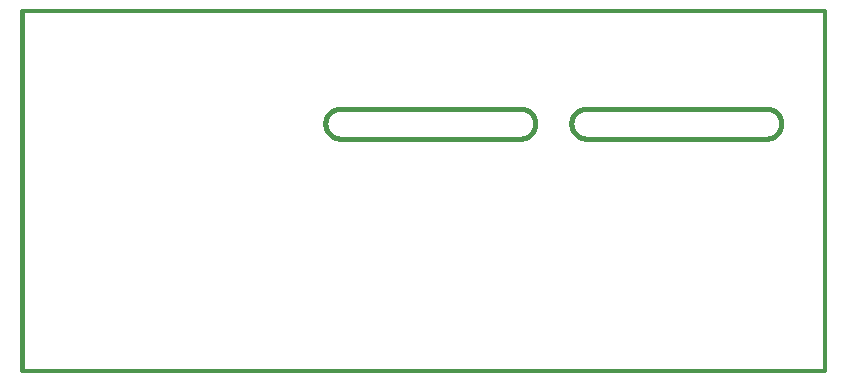
<source format=gbr>
G04 (created by PCBNEW-RS274X (20100406 SVN-R2508)-final) date 6/3/2010 10:01:36 PM*
G01*
G70*
G90*
%MOIN*%
G04 Gerber Fmt 3.4, Leading zero omitted, Abs format*
%FSLAX34Y34*%
G04 APERTURE LIST*
%ADD10C,0.006000*%
%ADD11C,0.012000*%
%ADD12C,0.015000*%
G04 APERTURE END LIST*
G54D10*
G54D11*
X47750Y-43250D02*
X21000Y-43250D01*
X47750Y-55250D02*
X47750Y-43250D01*
X21000Y-55250D02*
X47750Y-55250D01*
G54D12*
X21000Y-55200D02*
X21000Y-55000D01*
X31600Y-46500D02*
X31557Y-46502D01*
X31514Y-46508D01*
X31471Y-46518D01*
X31429Y-46531D01*
X31389Y-46547D01*
X31351Y-46567D01*
X31314Y-46591D01*
X31279Y-46617D01*
X31247Y-46647D01*
X31217Y-46679D01*
X31191Y-46714D01*
X31167Y-46751D01*
X31147Y-46789D01*
X31131Y-46829D01*
X31118Y-46871D01*
X31108Y-46914D01*
X31102Y-46957D01*
X31100Y-47000D01*
X31100Y-47000D02*
X31102Y-47043D01*
X31108Y-47086D01*
X31118Y-47129D01*
X31131Y-47171D01*
X31147Y-47211D01*
X31167Y-47249D01*
X31191Y-47286D01*
X31217Y-47321D01*
X31247Y-47353D01*
X31279Y-47383D01*
X31314Y-47409D01*
X31351Y-47433D01*
X31389Y-47453D01*
X31429Y-47469D01*
X31471Y-47482D01*
X31514Y-47492D01*
X31557Y-47498D01*
X31600Y-47500D01*
X37600Y-47500D02*
X37643Y-47498D01*
X37686Y-47492D01*
X37729Y-47482D01*
X37771Y-47469D01*
X37811Y-47453D01*
X37850Y-47433D01*
X37886Y-47409D01*
X37921Y-47383D01*
X37953Y-47353D01*
X37983Y-47321D01*
X38009Y-47286D01*
X38033Y-47249D01*
X38053Y-47211D01*
X38069Y-47171D01*
X38082Y-47129D01*
X38092Y-47086D01*
X38098Y-47043D01*
X38100Y-47000D01*
X38100Y-47000D02*
X38098Y-46957D01*
X38092Y-46914D01*
X38082Y-46871D01*
X38069Y-46829D01*
X38053Y-46789D01*
X38033Y-46751D01*
X38009Y-46714D01*
X37983Y-46679D01*
X37953Y-46647D01*
X37921Y-46617D01*
X37886Y-46591D01*
X37850Y-46567D01*
X37811Y-46547D01*
X37771Y-46531D01*
X37729Y-46518D01*
X37686Y-46508D01*
X37643Y-46502D01*
X37600Y-46500D01*
X39800Y-46500D02*
X39757Y-46502D01*
X39714Y-46508D01*
X39671Y-46518D01*
X39629Y-46531D01*
X39589Y-46547D01*
X39551Y-46567D01*
X39514Y-46591D01*
X39479Y-46617D01*
X39447Y-46647D01*
X39417Y-46679D01*
X39391Y-46714D01*
X39367Y-46751D01*
X39347Y-46789D01*
X39331Y-46829D01*
X39318Y-46871D01*
X39308Y-46914D01*
X39302Y-46957D01*
X39300Y-47000D01*
X39300Y-47000D02*
X39302Y-47043D01*
X39308Y-47086D01*
X39318Y-47129D01*
X39331Y-47171D01*
X39347Y-47211D01*
X39367Y-47249D01*
X39391Y-47286D01*
X39417Y-47321D01*
X39447Y-47353D01*
X39479Y-47383D01*
X39514Y-47409D01*
X39551Y-47433D01*
X39589Y-47453D01*
X39629Y-47469D01*
X39671Y-47482D01*
X39714Y-47492D01*
X39757Y-47498D01*
X39800Y-47500D01*
X45800Y-47500D02*
X45843Y-47498D01*
X45886Y-47492D01*
X45929Y-47482D01*
X45971Y-47469D01*
X46011Y-47453D01*
X46050Y-47433D01*
X46086Y-47409D01*
X46121Y-47383D01*
X46153Y-47353D01*
X46183Y-47321D01*
X46209Y-47286D01*
X46233Y-47249D01*
X46253Y-47211D01*
X46269Y-47171D01*
X46282Y-47129D01*
X46292Y-47086D01*
X46298Y-47043D01*
X46300Y-47000D01*
X46300Y-47000D02*
X46298Y-46957D01*
X46292Y-46914D01*
X46282Y-46871D01*
X46269Y-46829D01*
X46253Y-46789D01*
X46233Y-46751D01*
X46209Y-46714D01*
X46183Y-46679D01*
X46153Y-46647D01*
X46121Y-46617D01*
X46086Y-46591D01*
X46050Y-46567D01*
X46011Y-46547D01*
X45971Y-46531D01*
X45929Y-46518D01*
X45886Y-46508D01*
X45843Y-46502D01*
X45800Y-46500D01*
X31600Y-47500D02*
X37600Y-47500D01*
X37600Y-46500D02*
X31600Y-46500D01*
X39800Y-47500D02*
X45800Y-47500D01*
X45800Y-46500D02*
X39800Y-46500D01*
X21000Y-43250D02*
X21000Y-55000D01*
M02*

</source>
